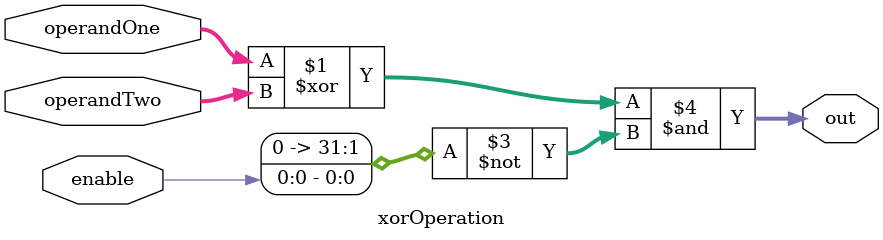
<source format=sv>
module xorOperation (out, operandOne, operandTwo, enable);
// Enable: LOW TRUE
	input [31:0] operandOne, operandTwo;
	input enable;
	output [31:0] out;
	assign out = ( operandOne ^ operandTwo ) & ( ~enable );

endmodule
 


</source>
